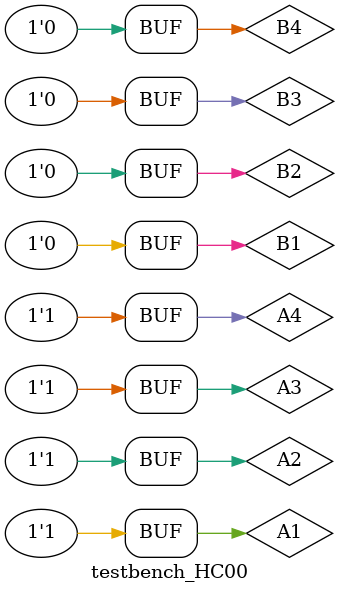
<source format=v>
`timescale 1ns/1ns
module testbench_HC00;
	reg A1, B1, A2, B2, A3, B3, A4, B4;			
	
	wire Y1, Y2, Y3, Y4;
	
	HC_00 test_HC_00(A1, B1, A2, B2, A3, B3, A4, B4, Y1, Y2, Y3, Y4);

	initial
		begin
			A1 = 0; B1 = 0; A2 = 0; B2 = 0; A3 = 0; B3 = 0; A4 = 0; B4 = 0;
			#20 B1 = 1; B2 = 1; B3 = 1; B4 = 1;
			#20 A1 = 1; A2 = 1; A3 = 1; A4 = 1;
			#20 B1 = 0; B2 = 0; B3 = 0; B4 = 0;
			
		end
		
endmodule
</source>
